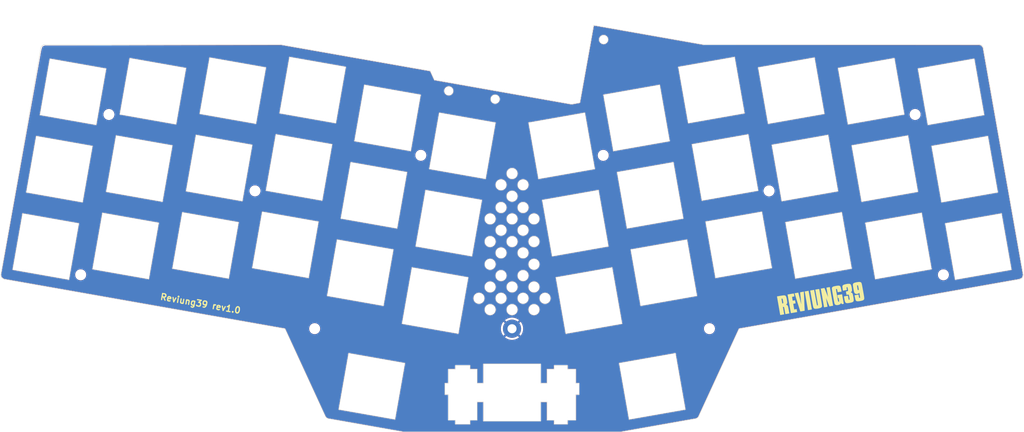
<source format=kicad_pcb>
(kicad_pcb (version 20221018) (generator pcbnew)
  (title_block (title "reviung39 top plate") (date "2019-07-23") (rev "rev1.0"))
  (layers (0 "F.Cu" signal) (31 "B.Cu" signal) (34 "B.Paste" user) (35 "F.Paste" user) (36 "B.SilkS" user "B.Silkscreen") (37 "F.SilkS" user "F.Silkscreen") (38 "B.Mask" user) (39 "F.Mask" user) (44 "Edge.Cuts" user))
  (net 0 "")
  (net 1 "GND")
  (footprint "MountingHole:MountingHole_2.2mm_M2_Pad" (layer "F.Cu") (at 144.7 129.65)
    (fp_text reference "H1" hide)
    (fp_text value "MountingHole_Pad" hide)
    (pad "1" thru_hole circle (at 0 0) (size 4.4 4.4) (drill 2.2) (layers "*.Cu" "*.Mask") (net 1 "GND"))
  )
  (footprint "MountingHole:MountingHole_2.2mm_M2" (layer "F.Cu") (at 46.96 77.7)
    (fp_text reference "REF**" hide)
    (fp_text value "MountingHole_2.2mm_M2" hide)
    (pad "" np_thru_hole circle (at 0 0) (size 2.2 2.2) (drill 2.2) (layers "*.Cu" "*.Mask"))
  )
  (footprint "MountingHole:MountingHole_2.2mm_M2" (layer "F.Cu") (at 40.12 116.57)
    (fp_text reference "REF**" hide)
    (fp_text value "MountingHole_2.2mm_M2" hide)
    (pad "" np_thru_hole circle (at 0 0) (size 2.2 2.2) (drill 2.2) (layers "*.Cu" "*.Mask"))
  )
  (footprint "MountingHole:MountingHole_2.2mm_M2" (layer "F.Cu") (at 82.38 96.22)
    (fp_text reference "REF**" hide)
    (fp_text value "MountingHole_2.2mm_M2" hide)
    (pad "" np_thru_hole circle (at 0 0) (size 2.2 2.2) (drill 2.2) (layers "*.Cu" "*.Mask"))
  )
  (footprint "MountingHole:MountingHole_2.2mm_M2" (layer "F.Cu") (at 96.85 129.63)
    (fp_text reference "REF**" hide)
    (fp_text value "MountingHole_2.2mm_M2" hide)
    (pad "" np_thru_hole circle (at 0 0) (size 2.2 2.2) (drill 2.2) (layers "*.Cu" "*.Mask"))
  )
  (footprint "MountingHole:MountingHole_2.2mm_M2" (layer "F.Cu") (at 122.59 87.6)
    (fp_text reference "REF**" hide)
    (fp_text value "MountingHole_2.2mm_M2" hide)
    (pad "" np_thru_hole circle (at 0 0) (size 2.2 2.2) (drill 2.2) (layers "*.Cu" "*.Mask"))
  )
  (footprint "MountingHole:MountingHole_2.2mm_M2" (layer "F.Cu") (at 166.82 87.61)
    (fp_text reference "REF**" hide)
    (fp_text value "MountingHole_2.2mm_M2" hide)
    (pad "" np_thru_hole circle (at 0 0) (size 2.2 2.2) (drill 2.2) (layers "*.Cu" "*.Mask"))
  )
  (footprint "MountingHole:MountingHole_2.2mm_M2" (layer "F.Cu") (at 192.57 129.63)
    (fp_text reference "REF**" hide)
    (fp_text value "MountingHole_2.2mm_M2" hide)
    (pad "" np_thru_hole circle (at 0 0) (size 2.2 2.2) (drill 2.2) (layers "*.Cu" "*.Mask"))
  )
  (footprint "MountingHole:MountingHole_2.2mm_M2" (layer "F.Cu") (at 207.02 96.23)
    (fp_text reference "REF**" hide)
    (fp_text value "MountingHole_2.2mm_M2" hide)
    (pad "" np_thru_hole circle (at 0 0) (size 2.2 2.2) (drill 2.2) (layers "*.Cu" "*.Mask"))
  )
  (footprint "MountingHole:MountingHole_2.2mm_M2" (layer "F.Cu") (at 242.44 77.7)
    (fp_text reference "REF**" hide)
    (fp_text value "MountingHole_2.2mm_M2" hide)
    (pad "" np_thru_hole circle (at 0 0) (size 2.2 2.2) (drill 2.2) (layers "*.Cu" "*.Mask"))
  )
  (footprint "MountingHole:MountingHole_2.2mm_M2" (layer "F.Cu") (at 249.3 116.57)
    (fp_text reference "REF**" hide)
    (fp_text value "MountingHole_2.2mm_M2" hide)
    (pad "" np_thru_hole circle (at 0 0) (size 2.2 2.2) (drill 2.2) (layers "*.Cu" "*.Mask"))
  )
  (footprint "_reviung-kbd:REVIUNG39-FS-logo" (layer "F.Cu") (at 219.57 122.27 10)
    (fp_text reference "G***" hide)
    (fp_text value "LOGO" hide)
  )
  (gr_line (start 157.720587 130.868151) (end 171.409416 128.454446) (stroke (width 0.1)) (layer "Edge.Cuts"))
  (gr_line (start 130.952953 138.517793) (end 130.952953 139.430659) (stroke (width 0.1)) (layer "Edge.Cuts"))
  (gr_line (start 102.267271 108.010845) (end 115.956099 110.424555) (stroke (width 0.1)) (layer "Edge.Cuts"))
  (gr_curve (pts (xy 31.447292 60.76307) (xy 30.943533 60.76307) (xy 30.529648 61.135464) (xy 30.460294 61.620038)) (stroke (width 0.1)) (layer "Edge.Cuts"))
  (gr_line (start 259.204145 77.840139) (end 256.79044 64.15131) (stroke (width 0.1)) (layer "Edge.Cuts"))
  (gr_curve (pts (xy 147.379584 107.088267) (xy 146.645728 107.088267) (xy 146.050819 106.493358) (xy 146.050819 105.759501)) (stroke (width 0.1)) (layer "Edge.Cuts"))
  (gr_curve (pts (xy 142.04 104.430736) (xy 142.773857 104.430736) (xy 143.368766 105.025645) (xy 143.368766 105.759501)) (stroke (width 0.1)) (layer "Edge.Cuts"))
  (gr_curve (pts (xy 143.385316 97.515163) (xy 143.385316 96.781306) (xy 143.980224 96.186397) (xy 144.714081 96.186397)) (stroke (width 0.1)) (layer "Edge.Cuts"))
  (gr_line (start 220.467433 77.562467) (end 218.053728 63.873638) (stroke (width 0.1)) (layer "Edge.Cuts"))
  (gr_line (start 207.67289 85.047932) (end 210.086595 98.736761) (stroke (width 0.1)) (layer "Edge.Cuts"))
  (gr_line (start 173.070159 151.662141) (end 170.656439 137.973315) (stroke (width 0.1)) (layer "Edge.Cuts"))
  (gr_line (start 87.420059 82.494352) (end 101.108886 84.908061) (stroke (width 0.1)) (layer "Edge.Cuts"))
  (gr_curve (pts (xy 140.711235 105.759501) (xy 140.711235 105.025645) (xy 141.306143 104.430736) (xy 142.04 104.430736)) (stroke (width 0.1)) (layer "Edge.Cuts"))
  (gr_line (start 105.575269 89.250258) (end 119.264097 91.663967) (stroke (width 0.1)) (layer "Edge.Cuts"))
  (gr_line (start 165.68772 96.005028) (end 151.998891 98.418733) (stroke (width 0.1)) (layer "Edge.Cuts"))
  (gr_line (start 104.416884 66.147474) (end 102.003174 79.836301) (stroke (width 0.1)) (layer "Edge.Cuts"))
  (gr_line (start 108.883267 70.48967) (end 122.572095 72.90338) (stroke (width 0.1)) (layer "Edge.Cuts"))
  (gr_line (start 49.580026 77.701331) (end 51.993735 64.012504) (stroke (width 0.1)) (layer "Edge.Cuts"))
  (gr_curve (pts (xy 143.368766 122.262102) (xy 143.368766 122.995959) (xy 142.773857 123.590867) (xy 142.04 123.590867)) (stroke (width 0.1)) (layer "Edge.Cuts"))
  (gr_line (start 154.412596 112.107562) (end 168.101425 109.693857) (stroke (width 0.1)) (layer "Edge.Cuts"))
  (gr_curve (pts (xy 140.724422 103.01603) (xy 140.724422 103.749886) (xy 140.129513 104.344795) (xy 139.395656 104.344795)) (stroke (width 0.1)) (layer "Edge.Cuts"))
  (gr_curve (pts (xy 148.701502 103.01603) (xy 148.701502 102.282173) (xy 149.296411 101.687264) (xy 150.030267 101.687264)) (stroke (width 0.1)) (layer "Edge.Cuts"))
  (gr_line (start 186.758985 149.248421) (end 173.070159 151.662141) (stroke (width 0.1)) (layer "Edge.Cuts"))
  (gr_curve (pts (xy 142.04 120.933336) (xy 142.773857 120.933336) (xy 143.368766 121.528245) (xy 143.368766 122.262102)) (stroke (width 0.1)) (layer "Edge.Cuts"))
  (gr_curve (pts (xy 268.634214 116.483269) (xy 268.634214 116.483269) (xy 258.956446 61.594307) (xy 258.956446 61.594307)) (stroke (width 0.1)) (layer "Edge.Cuts"))
  (gr_curve (pts (xy 148.70835 116.761235) (xy 148.70835 117.495092) (xy 148.113441 118.09) (xy 147.379584 118.09)) (stroke (width 0.1)) (layer "Edge.Cuts"))
  (gr_line (start 137.75989 142.839697) (end 136.245076 142.839697) (stroke (width 0.1)) (layer "Edge.Cuts"))
  (gr_curve (pts (xy 140.711235 100.258635) (xy 140.711235 99.524778) (xy 141.306143 98.929869) (xy 142.04 98.929869)) (stroke (width 0.1)) (layer "Edge.Cuts"))
  (gr_line (start 158.172733 139.430659) (end 158.172733 138.517793) (stroke (width 0.1)) (layer "Edge.Cuts"))
  (gr_curve (pts (xy 147.379584 101.5874) (xy 146.645728 101.5874) (xy 146.050819 100.992492) (xy 146.050819 100.258635)) (stroke (width 0.1)) (layer "Edge.Cuts"))
  (gr_curve (pts (xy 146.050819 100.258635) (xy 146.050819 99.524778) (xy 146.645728 98.929869) (xy 147.379584 98.929869)) (stroke (width 0.1)) (layer "Edge.Cuts"))
  (gr_line (start 97.800888 103.668649) (end 95.387179 117.357477) (stroke (width 0.1)) (layer "Edge.Cuts"))
  (gr_line (start 32.625379 64.151333) (end 46.314207 66.565043) (stroke (width 0.1)) (layer "Edge.Cuts"))
  (gr_line (start 151.998891 98.418733) (end 154.412596 112.107562) (stroke (width 0.1)) (layer "Edge.Cuts"))
  (gr_curve (pts (xy 139.395656 109.845662) (xy 138.6618 109.845662) (xy 138.066891 109.250753) (xy 138.066891 108.516896)) (stroke (width 0.1)) (layer "Edge.Cuts"))
  (gr_curve (pts (xy 118.436233 154.652624) (xy 118.436233 154.652624) (xy 170.984146 154.652624) (xy 170.984146 154.652624)) (stroke (width 0.1)) (layer "Edge.Cuts"))
  (gr_line (start 180.53255 70.489621) (end 166.843721 72.903326) (stroke (width 0.1)) (layer "Edge.Cuts"))
  (gr_line (start 173.459704 110.424504) (end 175.873409 124.113332) (stroke (width 0.1)) (layer "Edge.Cuts"))
  (gr_line (start 137.75989 138.171069) (end 137.75989 142.839697) (stroke (width 0.1)) (layer "Edge.Cuts"))
  (gr_curve (pts (xy 21.604784 117.630443) (xy 21.604784 117.630443) (xy 21.605559 117.631541) (xy 21.605559 117.631541)) (stroke (width 0.1)) (layer "Edge.Cuts"))
  (gr_curve (pts (xy 130.465528 71.982118) (xy 130.465528 72.589631) (xy 129.973041 73.082118) (xy 129.365528 73.082118)) (stroke (width 0.1)) (layer "Edge.Cuts"))
  (gr_curve (pts (xy 150.030267 118.189864) (xy 150.764124 118.189864) (xy 151.359033 118.784773) (xy 151.359033 119.51863)) (stroke (width 0.1)) (layer "Edge.Cuts"))
  (gr_line (start 46.272028 96.461919) (end 48.685738 82.773091) (stroke (width 0.1)) (layer "Edge.Cuts"))
  (gr_line (start 134.531584 139.430659) (end 134.531584 138.517793) (stroke (width 0.1)) (layer "Edge.Cuts"))
  (gr_curve (pts (xy 142.04 96.085636) (xy 141.306143 96.085636) (xy 140.711235 95.490728) (xy 140.711235 94.756871)) (stroke (width 0.1)) (layer "Edge.Cuts"))
  (gr_curve (pts (xy 138.066891 125.019496) (xy 138.066891 124.28564) (xy 138.6618 123.690731) (xy 139.395656 123.690731)) (stroke (width 0.1)) (layer "Edge.Cuts"))
  (gr_line (start 59.960856 98.875629) (end 46.272028 96.461919) (stroke (width 0.1)) (layer "Edge.Cuts"))
  (gr_line (start 172.565418 105.352743) (end 186.254246 102.939038) (stroke (width 0.1)) (layer "Edge.Cuts"))
  (gr_line (start 95.387179 117.357477) (end 81.698351 114.943767) (stroke (width 0.1)) (layer "Edge.Cuts"))
  (gr_line (start 82.63721 79.976212) (end 68.948382 77.562502) (stroke (width 0.1)) (layer "Edge.Cuts"))
  (gr_line (start 40.592499 99.014458) (end 26.903672 96.600748) (stroke (width 0.1)) (layer "Edge.Cuts"))
  (gr_line (start 169.257426 86.592154) (end 182.946255 84.17845) (stroke (width 0.1)) (layer "Edge.Cuts"))
  (gr_line (start 118.758985 137.973315) (end 105.070159 135.559595) (stroke (width 0.1)) (layer "Edge.Cuts"))
  (gr_line (start 154.894743 152.823603) (end 158.172733 152.823603) (stroke (width 0.1)) (layer "Edge.Cuts"))
  (gr_line (start 137.416916 98.418792) (end 135.003206 112.10762) (stroke (width 0.1)) (layer "Edge.Cuts"))
  (gr_curve (pts (xy 140.724422 114.017763) (xy 140.724422 114.75162) (xy 140.129513 115.346528) (xy 139.395656 115.346528)) (stroke (width 0.1)) (layer "Edge.Cuts"))
  (gr_line (start 183.840541 89.25021) (end 170.151713 91.663915) (stroke (width 0.1)) (layer "Edge.Cuts"))
  (gr_line (start 256.79044 64.15131) (end 243.101612 66.565015) (stroke (width 0.1)) (layer "Edge.Cuts"))
  (gr_line (start 124.622376 90.933323) (end 127.036086 77.244495) (stroke (width 0.1)) (layer "Edge.Cuts"))
  (gr_curve (pts (xy 164.490076 56.078128) (xy 164.490076 56.078128) (xy 161.150982 74.854673) (xy 161.150982 74.854673)) (stroke (width 0.1)) (layer "Edge.Cuts"))
  (gr_curve (pts (xy 150.030267 115.346528) (xy 149.296411 115.346528) (xy 148.701502 114.75162) (xy 148.701502 114.017763)) (stroke (width 0.1)) (layer "Edge.Cuts"))
  (gr_line (start 170.656439 137.973315) (end 184.345265 135.559595) (stroke (width 0.1)) (layer "Edge.Cuts"))
  (gr_curve (pts (xy 21.605559 117.631541) (xy 21.605559 117.631541) (xy 89.668308 129.633845) (xy 89.668308 129.633845)) (stroke (width 0.1)) (layer "Edge.Cuts"))
  (gr_curve (pts (xy 136.691838 123.590867) (xy 135.957982 123.590867) (xy 135.363073 122.995959) (xy 135.363073 122.262102)) (stroke (width 0.1)) (layer "Edge.Cuts"))
  (gr_line (start 151.666437 138.171069) (end 137.75989 138.171069) (stroke (width 0.1)) (layer "Edge.Cuts"))
  (gr_line (start 187.148533 108.010799) (end 173.459704 110.424504) (stroke (width 0.1)) (layer "Edge.Cuts"))
  (gr_line (start 239.835789 77.701303) (end 237.422084 64.012474) (stroke (width 0.1)) (layer "Edge.Cuts"))
  (gr_line (start 263.406423 101.672488) (end 249.717594 104.086193) (stroke (width 0.1)) (layer "Edge.Cuts"))
  (gr_curve (pts (xy 138.020604 122.262102) (xy 138.020604 122.995959) (xy 137.425695 123.590867) (xy 136.691838 123.590867)) (stroke (width 0.1)) (layer "Edge.Cuts"))
  (gr_line (start 119.264097 91.663967) (end 116.850387 105.352795) (stroke (width 0.1)) (layer "Edge.Cuts"))
  (gr_line (start 71.362092 63.873674) (end 85.050919 66.287384) (stroke (width 0.1)) (layer "Edge.Cuts"))
  (gr_line (start 134.531584 138.517793) (end 130.952953 138.517793) (stroke (width 0.1)) (layer "Edge.Cuts"))
  (gr_curve (pts (xy 148.70835 105.759501) (xy 148.70835 106.493358) (xy 148.113441 107.088267) (xy 147.379584 107.088267)) (stroke (width 0.1)) (layer "Edge.Cuts"))
  (gr_curve (pts (xy 151.359033 103.01603) (xy 151.359033 103.749886) (xy 150.764124 104.344795) (xy 150.030267 104.344795)) (stroke (width 0.1)) (layer "Edge.Cuts"))
  (gr_curve (pts (xy 138.066891 108.516896) (xy 138.066891 107.783039) (xy 138.6618 107.188131) (xy 139.395656 107.188131)) (stroke (width 0.1)) (layer "Edge.Cuts"))
  (gr_line (start 105.070159 135.559595) (end 102.656439 149.248421) (stroke (width 0.1)) (layer "Edge.Cuts"))
  (gr_curve (pts (xy 144.714081 90.685531) (xy 145.447938 90.685531) (xy 146.042846 91.280439) (xy 146.042846 92.014296)) (stroke (width 0.1)) (layer "Edge.Cuts"))
  (gr_line (start 184.996927 66.149546) (end 187.410631 79.838375) (stroke (width 0.1)) (layer "Edge.Cuts"))
  (gr_line (start 30.211669 77.840161) (end 32.625379 64.151333) (stroke (width 0.1)) (layer "Edge.Cuts"))
  (gr_line (start 153.181282 147.409984) (end 153.181282 151.849152) (stroke (width 0.1)) (layer "Edge.Cuts"))
  (gr_line (start 153.181282 151.849152) (end 154.894743 151.849152) (stroke (width 0.1)) (layer "Edge.Cuts"))
  (gr_line (start 226.14696 80.115008) (end 239.835789 77.701303) (stroke (width 0.1)) (layer "Edge.Cuts"))
  (gr_line (start 148.6909 79.658144) (end 151.104605 93.346973) (stroke (width 0.1)) (layer "Edge.Cuts"))
  (gr_curve (pts (xy 148.701502 125.019496) (xy 148.701502 124.28564) (xy 149.296411 123.690731) (xy 150.030267 123.690731)) (stroke (width 0.1)) (layer "Edge.Cuts"))
  (gr_line (start 123.728088 96.005082) (end 137.416916 98.418792) (stroke (width 0.1)) (layer "Edge.Cuts"))
  (gr_line (start 116.345265 151.662141) (end 118.758985 137.973315) (stroke (width 0.1)) (layer "Edge.Cuts"))
  (gr_line (start 184.345265 135.559595) (end 186.758985 149.248421) (stroke (width 0.1)) (layer "Edge.Cuts"))
  (gr_curve (pts (xy 165.810338 59.537318) (xy 165.810338 58.929805) (xy 166.302824 58.437318) (xy 166.910338 58.437318)) (stroke (width 0.1)) (layer "Edge.Cuts"))
  (gr_line (start 135.003206 112.10762) (end 121.314379 109.69391) (stroke (width 0.1)) (layer "Edge.Cuts"))
  (gr_curve (pts (xy 143.385316 103.01603) (xy 143.385316 102.282173) (xy 143.980224 101.687264) (xy 144.714081 101.687264)) (stroke (width 0.1)) (layer "Edge.Cuts"))
  (gr_curve (pts (xy 143.368766 100.258635) (xy 143.368766 100.992492) (xy 142.773857 101.5874) (xy 142.04 101.5874)) (stroke (width 0.1)) (layer "Edge.Cuts"))
  (gr_line (start 260.098431 82.911899) (end 246.409603 85.325604) (stroke (width 0.1)) (layer "Edge.Cuts"))
  (gr_curve (pts (xy 258.956446 61.594307) (xy 258.878156 61.12009) (xy 258.459534 60.76363) (xy 257.96316 60.76363)) (stroke (width 0.1)) (layer "Edge.Cuts"))
  (gr_curve (pts (xy 135.363073 122.262102) (xy 135.363073 121.528245) (xy 135.957982 120.933336) (xy 136.691838 120.933336)) (stroke (width 0.1)) (layer "Edge.Cuts"))
  (gr_line (start 223.775424 96.323056) (end 221.361719 82.634227) (stroke (width 0.1)) (layer "Edge.Cuts"))
  (gr_line (start 99.853562 121.699673) (end 102.267271 108.010845) (stroke (width 0.1)) (layer "Edge.Cuts"))
  (gr_curve (pts (xy 140.724422 125.019496) (xy 140.724422 125.753353) (xy 140.129513 126.348262) (xy 139.395656 126.348262)) (stroke (width 0.1)) (layer "Edge.Cuts"))
  (gr_curve (pts (xy 148.70835 94.756871) (xy 148.70835 95.490728) (xy 148.113441 96.085636) (xy 147.379584 96.085636)) (stroke (width 0.1)) (layer "Edge.Cuts"))
  (gr_curve (pts (xy 159.116093 75.21348) (xy 159.116093 75.21348) (xy 125.857098 69.342844) (xy 125.857098 69.342844)) (stroke (width 0.1)) (layer "Edge.Cuts"))
  (gr_curve (pts (xy 143.368766 94.756871) (xy 143.368766 95.490728) (xy 142.773857 96.085636) (xy 142.04 96.085636)) (stroke (width 0.1)) (layer "Edge.Cuts"))
  (gr_curve (pts (xy 139.395656 120.847395) (xy 138.6618 120.847395) (xy 138.066891 120.252487) (xy 138.066891 119.51863)) (stroke (width 0.1)) (layer "Edge.Cuts"))
  (gr_line (start 206.778604 79.976172) (end 220.467433 77.562467) (stroke (width 0.1)) (layer "Edge.Cuts"))
  (gr_line (start 224.66971 101.394816) (end 210.980882 103.808521) (stroke (width 0.1)) (layer "Edge.Cuts"))
  (gr_line (start 137.75989 147.409984) (end 137.75989 152.078609) (stroke (width 0.1)) (layer "Edge.Cuts"))
  (gr_line (start 188.304918 84.910135) (end 190.718623 98.598964) (stroke (width 0.1)) (layer "Edge.Cuts"))
  (gr_line (start 213.394587 117.49735) (end 227.083415 115.083645) (stroke (width 0.1)) (layer "Edge.Cuts"))
  (gr_curve (pts (xy 146.050819 116.761235) (xy 146.050819 116.027378) (xy 146.645728 115.43247) (xy 147.379584 115.43247)) (stroke (width 0.1)) (layer "Edge.Cuts"))
  (gr_line (start 201.993746 82.49643) (end 188.304918 84.910135) (stroke (width 0.1)) (layer "Edge.Cuts"))
  (gr_line (start 129.239462 139.430659) (end 129.239462 142.839697) (stroke (width 0.1)) (layer "Edge.Cuts"))
  (gr_curve (pts (xy 124.8791 67.148576) (xy 124.8791 67.148576) (xy 88.678726 60.76546) (xy 88.678726 60.76546)) (stroke (width 0.1)) (layer "Edge.Cuts"))
  (gr_curve (pts (xy 166.910338 60.637318) (xy 166.302824 60.637318) (xy 165.810338 60.144831) (xy 165.810338 59.537318)) (stroke (width 0.1)) (layer "Edge.Cuts"))
  (gr_line (start 164.793433 90.933268) (end 162.379729 77.24444) (stroke (width 0.1)) (layer "Edge.Cuts"))
  (gr_line (start 43.900497 80.25387) (end 30.211669 77.840161) (stroke (width 0.1)) (layer "Edge.Cuts"))
  (gr_curve (pts (xy 144.714081 118.189864) (xy 145.447938 118.189864) (xy 146.042846 118.784773) (xy 146.042846 119.51863)) (stroke (width 0.1)) (layer "Edge.Cuts"))
  (gr_curve (pts (xy 146.042846 92.014296) (xy 146.042846 92.748153) (xy 145.447938 93.343061) (xy 144.714081 93.343061)) (stroke (width 0.1)) (layer "Edge.Cuts"))
  (gr_curve (pts (xy 138.066891 119.51863) (xy 138.066891 118.784773) (xy 138.6618 118.189864) (xy 139.395656 118.189864)) (stroke (width 0.1)) (layer "Edge.Cuts"))
  (gr_line (start 204.364899 66.287343) (end 206.778604 79.976172) (stroke (width 0.1)) (layer "Edge.Cuts"))
  (gr_curve (pts (xy 170.984146 154.652624) (xy 170.984146 154.652624) (xy 189.228273 151.435249) (xy 189.228273 151.435249)) (stroke (width 0.1)) (layer "Edge.Cuts"))
  (gr_line (start 46.314207 66.565043) (end 43.900497 80.25387) (stroke (width 0.1)) (layer "Edge.Cuts"))
  (gr_line (start 113.54239 124.113383) (end 99.853562 121.699673) (stroke (width 0.1)) (layer "Edge.Cuts"))
  (gr_line (start 232.762943 117.636186) (end 246.451771 115.222481) (stroke (width 0.1)) (layer "Edge.Cuts"))
  (gr_line (start 237.422084 64.012474) (end 223.733255 66.426179) (stroke (width 0.1)) (layer "Edge.Cuts"))
  (gr_curve (pts (xy 150.030267 126.348262) (xy 149.296411 126.348262) (xy 148.701502 125.753353) (xy 148.701502 125.019496)) (stroke (width 0.1)) (layer "Edge.Cuts"))
  (gr_curve (pts (xy 147.379584 104.430736) (xy 148.113441 104.430736) (xy 148.70835 105.025645) (xy 148.70835 105.759501)) (stroke (width 0.1)) (layer "Edge.Cuts"))
  (gr_line (start 131.695209 130.868208) (end 118.006381 128.454498) (stroke (width 0.1)) (layer "Edge.Cuts"))
  (gr_line (start 23.595674 115.361336) (end 26.009383 101.672508) (stroke (width 0.1)) (layer "Edge.Cuts"))
  (gr_curve (pts (xy 150.030267 123.690731) (xy 150.764124 123.690731) (xy 151.359033 124.28564) (xy 151.359033 125.019496)) (stroke (width 0.1)) (layer "Edge.Cuts"))
  (gr_curve (pts (xy 199.752609 129.632876) (xy 199.752609 129.632876) (xy 267.815574 117.631412) (xy 267.815574 117.631412)) (stroke (width 0.1)) (layer "Edge.Cuts"))
  (gr_curve (pts (xy 143.368766 111.260368) (xy 143.368766 111.994225) (xy 142.773857 112.589134) (xy 142.04 112.589134)) (stroke (width 0.1)) (layer "Edge.Cuts"))
  (gr_curve (pts (xy 148.70835 100.258635) (xy 148.70835 100.992492) (xy 148.113441 101.5874) (xy 147.379584 101.5874)) (stroke (width 0.1)) (layer "Edge.Cuts"))
  (gr_curve (pts (xy 147.379584 93.428105) (xy 148.113441 93.428105) (xy 148.70835 94.023014) (xy 148.70835 94.756871)) (stroke (width 0.1)) (layer "Edge.Cuts"))
  (gr_curve (pts (xy 144.714081 107.188131) (xy 145.447938 107.188131) (xy 146.042846 107.783039) (xy 146.042846 108.516896)) (stroke (width 0.1)) (layer "Edge.Cuts"))
  (gr_line (start 168.101425 109.693857) (end 165.68772 96.005028) (stroke (width 0.1)) (layer "Edge.Cuts"))
  (gr_line (start 218.053728 63.873638) (end 204.364899 66.287343) (stroke (width 0.1)) (layer "Edge.Cuts"))
  (gr_line (start 122.572095 72.90338) (end 120.158385 86.592207) (stroke (width 0.1)) (layer "Edge.Cuts"))
  (gr_curve (pts (xy 140.724422 108.516896) (xy 140.724422 109.250753) (xy 140.129513 109.845662) (xy 139.395656 109.845662)) (stroke (width 0.1)) (layer "Edge.Cuts"))
  (gr_curve (pts (xy 257.96316 60.76363) (xy 257.96316 60.76363) (xy 191.064423 60.76335) (xy 191.064423 60.76335)) (stroke (width 0.1)) (layer "Edge.Cuts"))
  (gr_line (start 151.666437 142.839697) (end 151.666437 138.171069) (stroke (width 0.1)) (layer "Edge.Cuts"))
  (gr_curve (pts (xy 144.714081 101.687264) (xy 145.447938 101.687264) (xy 146.042846 102.282173) (xy 146.042846 103.01603)) (stroke (width 0.1)) (layer "Edge.Cuts"))
  (gr_line (start 63.268853 80.115041) (end 49.580026 77.701331) (stroke (width 0.1)) (layer "Edge.Cuts"))
  (gr_line (start 204.407451 96.185259) (end 201.993746 82.49643) (stroke (width 0.1)) (layer "Edge.Cuts"))
  (gr_line (start 102.656439 149.248421) (end 116.345265 151.662141) (stroke (width 0.1)) (layer "Edge.Cuts"))
  (gr_curve (pts (xy 148.701502 119.51863) (xy 148.701502 118.784773) (xy 149.296411 118.189864) (xy 150.030267 118.189864)) (stroke (width 0.1)) (layer "Edge.Cuts"))
  (gr_curve (pts (xy 143.385316 125.019496) (xy 143.385316 124.28564) (xy 143.980224 123.690731) (xy 144.714081 123.690731)) (stroke (width 0.1)) (layer "Edge.Cuts"))
  (gr_line (start 101.108886 84.908061) (end 98.695177 98.596889) (stroke (width 0.1)) (layer "Edge.Cuts"))
  (gr_curve (pts (xy 144.714081 123.690731) (xy 145.447938 123.690731) (xy 146.042846 124.28564) (xy 146.042846 125.019496)) (stroke (width 0.1)) (layer "Edge.Cuts"))
  (gr_line (start 189.562237 121.699627) (end 187.148533 108.010799) (stroke (width 0.1)) (layer "Edge.Cuts"))
  (gr_line (start 115.956099 110.424555) (end 113.54239 124.113383) (stroke (width 0.1)) (layer "Edge.Cuts"))
  (gr_line (start 84.112061 101.254939) (end 97.800888 103.668649) (stroke (width 0.1)) (layer "Edge.Cuts"))
  (gr_line (start 210.086595 98.736761) (end 223.775424 96.323056) (stroke (width 0.1)) (layer "Edge.Cuts"))
  (gr_curve (pts (xy 146.042846 103.01603) (xy 146.042846 103.749886) (xy 145.447938 104.344795) (xy 144.714081 104.344795)) (stroke (width 0.1)) (layer "Edge.Cuts"))
  (gr_curve (pts (xy 147.379584 96.085636) (xy 146.645728 96.085636) (xy 146.050819 95.490728) (xy 146.050819 94.756871)) (stroke (width 0.1)) (layer "Edge.Cuts"))
  (gr_line (start 42.96403 115.222507) (end 45.37774 101.533679) (stroke (width 0.1)) (layer "Edge.Cuts"))
  (gr_curve (pts (xy 267.815574 117.631412) (xy 268.288671 117.552196) (xy 268.647047 117.141132) (xy 268.647047 116.645533)) (stroke (width 0.1)) (layer "Edge.Cuts"))
  (gr_line (start 81.742922 85.047972) (end 79.329212 98.736799) (stroke (width 0.1)) (layer "Edge.Cuts"))
  (gr_line (start 223.733255 66.426179) (end 226.14696 80.115008) (stroke (width 0.1)) (layer "Edge.Cuts"))
  (gr_curve (pts (xy 139.395656 118.189864) (xy 140.129513 118.189864) (xy 140.724422 118.784773) (xy 140.724422 119.51863)) (stroke (width 0.1)) (layer "Edge.Cuts"))
  (gr_line (start 62.374565 85.186801) (end 59.960856 98.875629) (stroke (width 0.1)) (layer "Edge.Cuts"))
  (gr_line (start 65.682563 66.426213) (end 63.268853 80.115041) (stroke (width 0.1)) (layer "Edge.Cuts"))
  (gr_line (start 29.317381 82.911921) (end 43.006209 85.32563) (stroke (width 0.1)) (layer "Edge.Cuts"))
  (gr_curve (pts (xy 147.379584 112.589134) (xy 146.645728 112.589134) (xy 146.050819 111.994225) (xy 146.050819 111.260368)) (stroke (width 0.1)) (layer "Edge.Cuts"))
  (gr_line (start 134.531584 152.823603) (end 134.531584 151.849152) (stroke (width 0.1)) (layer "Edge.Cuts"))
  (gr_curve (pts (xy 144.714081 109.845662) (xy 143.980224 109.845662) (xy 143.385316 109.250753) (xy 143.385316 108.516896)) (stroke (width 0.1)) (layer "Edge.Cuts"))
  (gr_curve (pts (xy 142.04 115.43247) (xy 142.773857 115.43247) (xy 143.368766 116.027378) (xy 143.368766 116.761235)) (stroke (width 0.1)) (layer "Edge.Cuts"))
  (gr_curve (pts (xy 144.714081 98.843928) (xy 143.980224 98.843928) (xy 143.385316 98.24902) (xy 143.385316 97.515163)) (stroke (width 0.1)) (layer "Edge.Cuts"))
  (gr_line (start 45.37774 101.533679) (end 59.066568 103.947389) (stroke (width 0.1)) (layer "Edge.Cuts"))
  (gr_curve (pts (xy 128.265528 71.982118) (xy 128.265528 71.374605) (xy 128.758014 70.882118) (xy 129.365528 70.882118)) (stroke (width 0.1)) (layer "Edge.Cuts"))
  (gr_curve (pts (xy 144.714081 126.348262) (xy 143.980224 126.348262) (xy 143.385316 125.753353) (xy 143.385316 125.019496)) (stroke (width 0.1)) (layer "Edge.Cuts"))
  (gr_line (start 205.301738 101.257019) (end 191.612909 103.670724) (stroke (width 0.1)) (layer "Edge.Cuts"))
  (gr_curve (pts (xy 142.04 112.589134) (xy 141.306143 112.589134) (xy 140.711235 111.994225) (xy 140.711235 111.260368)) (stroke (width 0.1)) (layer "Edge.Cuts"))
  (gr_line (start 39.698211 104.086218) (end 37.284502 117.775046) (stroke (width 0.1)) (layer "Edge.Cuts"))
  (gr_curve (pts (xy 152.710591 120.933336) (xy 153.444448 120.933336) (xy 154.039356 121.528245) (xy 154.039356 122.262102)) (stroke (width 0.1)) (layer "Edge.Cuts"))
  (gr_curve (pts (xy 144.714081 104.344795) (xy 143.980224 104.344795) (xy 143.385316 103.749886) (xy 143.385316 103.01603)) (stroke (width 0.1)) (layer "Edge.Cuts"))
  (gr_line (start 51.993735 64.012504) (end 65.682563 66.426213) (stroke (width 0.1)) (layer "Edge.Cuts"))
  (gr_line (start 90.728056 63.733764) (end 104.416884 66.147474) (stroke (width 0.1)) (layer "Edge.Cuts"))
  (gr_curve (pts (xy 88.678726 60.76546) (xy 88.678726 60.76546) (xy 88.669144 60.763049) (xy 88.669144 60.763049)) (stroke (width 0.1)) (layer "Edge.Cuts"))
  (gr_line (start 102.003174 79.836301) (end 88.314347 77.422592) (stroke (width 0.1)) (layer "Edge.Cuts"))
  (gr_line (start 37.284502 117.775046) (end 23.595674 115.361336) (stroke (width 0.1)) (layer "Edge.Cuts"))
  (gr_curve (pts (xy 146.042846 108.516896) (xy 146.042846 109.250753) (xy 145.447938 109.845662) (xy 144.714081 109.845662)) (stroke (width 0.1)) (layer "Edge.Cuts"))
  (gr_line (start 118.006381 128.454498) (end 120.420091 114.76567) (stroke (width 0.1)) (layer "Edge.Cuts"))
  (gr_curve (pts (xy 141.711469 73.982118) (xy 141.711469 74.589631) (xy 141.218982 75.082118) (xy 140.611469 75.082118)) (stroke (width 0.1)) (layer "Edge.Cuts"))
  (gr_line (start 207.715443 114.945848) (end 205.301738 101.257019) (stroke (width 0.1)) (layer "Edge.Cuts"))
  (gr_line (start 168.995711 114.765617) (end 155.306883 117.179322) (stroke (width 0.1)) (layer "Edge.Cuts"))
  (gr_line (start 160.186234 142.839697) (end 160.186234 139.430659) (stroke (width 0.1)) (layer "Edge.Cuts"))
  (gr_line (start 136.245076 151.849152) (end 136.245076 147.409984) (stroke (width 0.1)) (layer "Edge.Cuts"))
  (gr_line (start 120.420091 114.76567) (end 134.108918 117.17938) (stroke (width 0.1)) (layer "Edge.Cuts"))
  (gr_line (start 127.036086 77.244495) (end 140.724914 79.658204) (stroke (width 0.1)) (layer "Edge.Cuts"))
  (gr_curve (pts (xy 142.04 93.428105) (xy 142.773857 93.428105) (xy 143.368766 94.023014) (xy 143.368766 94.756871)) (stroke (width 0.1)) (layer "Edge.Cuts"))
  (gr_curve (pts (xy 99.461207 150.87906) (xy 99.59576 151.164938) (xy 99.858793 151.372591) (xy 100.178325 151.432471)) (stroke (width 0.1)) (layer "Edge.Cuts"))
  (gr_line (start 210.980882 103.808521) (end 213.394587 117.49735) (stroke (width 0.1)) (layer "Edge.Cuts"))
  (gr_line (start 201.09946 77.42467) (end 198.685755 63.735841) (stroke (width 0.1)) (layer "Edge.Cuts"))
  (gr_line (start 85.050919 66.287384) (end 82.63721 79.976212) (stroke (width 0.1)) (layer "Edge.Cuts"))
  (gr_curve (pts (xy 89.668308 129.633845) (xy 89.668308 129.633845) (xy 99.461207 150.87906) (xy 99.461207 150.87906)) (stroke (width 0.1)) (layer "Edge.Cuts"))
  (gr_line (start 160.186234 145.621998) (end 161.005709 145.621998) (stroke (width 0.1)) (layer "Edge.Cuts"))
  (gr_curve (pts (xy 189.228273 151.435249) (xy 189.563998 151.377027) (xy 189.841608 151.150167) (xy 189.973383 150.846224)) (stroke (width 0.1)) (layer "Edge.Cuts"))
  (gr_line (start 26.903672 96.600748) (end 29.317381 82.911921) (stroke (width 0.1)) (layer "Edge.Cuts"))
  (gr_line (start 68.948382 77.562502) (end 71.362092 63.873674) (stroke (width 0.1)) (layer "Edge.Cuts"))
  (gr_curve (pts (xy 140.711235 94.756871) (xy 140.711235 94.023014) (xy 141.306143 93.428105) (xy 142.04 93.428105)) (stroke (width 0.1)) (layer "Edge.Cuts"))
  (gr_line (start 160.186234 139.430659) (end 158.172733 139.430659) (stroke (width 0.1)) (layer "Edge.Cuts"))
  (gr_curve (pts (xy 20.774322 116.647536) (xy 20.774322 117.141756) (xy 21.133624 117.54957) (xy 21.604784 117.630443)) (stroke (width 0.1)) (layer "Edge.Cuts"))
  (gr_curve (pts (xy 129.365528 70.882118) (xy 129.973041 70.882118) (xy 130.465528 71.374605) (xy 130.465528 71.982118)) (stroke (width 0.1)) (layer "Edge.Cuts"))
  (gr_curve (pts (xy 139.395656 107.188131) (xy 140.129513 107.188131) (xy 140.724422 107.783039) (xy 140.724422 108.516896)) (stroke (width 0.1)) (layer "Edge.Cuts"))
  (gr_line (start 130.952953 139.430659) (end 129.239462 139.430659) (stroke (width 0.1)) (layer "Edge.Cuts"))
  (gr_line (start 155.306883 117.179322) (end 157.720587 130.868151) (stroke (width 0.1)) (layer "Edge.Cuts"))
  (gr_curve (pts (xy 139.395656 101.687264) (xy 140.129513 101.687264) (xy 140.724422 102.282173) (xy 140.724422 103.01603)) (stroke (width 0.1)) (layer "Edge.Cuts"))
  (gr_curve (pts (xy 144.714081 96.186397) (xy 145.447938 96.186397) (xy 146.042846 96.781306) (xy 146.042846 97.515163)) (stroke (width 0.1)) (layer "Edge.Cuts"))
  (gr_curve (pts (xy 146.050819 122.262102) (xy 146.050819 121.528245) (xy 146.645728 120.933336) (xy 147.379584 120.933336)) (stroke (width 0.1)) (layer "Edge.Cuts"))
  (gr_curve (pts (xy 140.711235 116.761235) (xy 140.711235 116.027378) (xy 141.306143 115.43247) (xy 142.04 115.43247)) (stroke (width 0.1)) (layer "Edge.Cuts"))
  (gr_line (start 81.698351 114.943767) (end 84.112061 101.254939) (stroke (width 0.1)) (layer "Edge.Cuts"))
  (gr_line (start 43.006209 85.32563) (end 40.592499 99.014458) (stroke (width 0.1)) (layer "Edge.Cuts"))
  (gr_line (start 171.409416 128.454446) (end 168.995711 114.765617) (stroke (width 0.1)) (layer "Edge.Cuts"))
  (gr_curve (pts (xy 140.611469 72.882118) (xy 141.218982 72.882118) (xy 141.711469 73.374605) (xy 141.711469 73.982118)) (stroke (width 0.1)) (layer "Edge.Cuts"))
  (gr_line (start 59.066568 103.947389) (end 56.652858 117.636216) (stroke (width 0.1)) (layer "Edge.Cuts"))
  (gr_line (start 130.952953 152.823603) (end 134.531584 152.823603) (stroke (width 0.1)) (layer "Edge.Cuts"))
  (gr_curve (pts (xy 140.711235 111.260368) (xy 140.711235 110.526511) (xy 141.306143 109.931603) (xy 142.04 109.931603)) (stroke (width 0.1)) (layer "Edge.Cuts"))
  (gr_line (start 154.894743 151.849152) (end 154.894743 152.823603) (stroke (width 0.1)) (layer "Edge.Cuts"))
  (gr_line (start 153.181282 139.430659) (end 153.181282 142.839697) (stroke (width 0.1)) (layer "Edge.Cuts"))
  (gr_line (start 245.515316 80.253844) (end 259.204145 77.840139) (stroke (width 0.1)) (layer "Edge.Cuts"))
  (gr_line (start 136.245076 139.430659) (end 134.531584 139.430659) (stroke (width 0.1)) (layer "Edge.Cuts"))
  (gr_line (start 154.894743 138.517793) (end 154.894743 139.430659) (stroke (width 0.1)) (layer "Edge.Cuts"))
  (gr_curve (pts (xy 142.04 109.931603) (xy 142.773857 109.931603) (xy 143.368766 110.526511) (xy 143.368766 111.260368)) (stroke (width 0.1)) (layer "Edge.Cuts"))
  (gr_line (start 121.314379 109.69391) (end 123.728088 96.005082) (stroke (width 0.1)) (layer "Edge.Cuts"))
  (gr_line (start 103.16156 102.939085) (end 105.575269 89.250258) (stroke (width 0.1)) (layer "Edge.Cuts"))
  (gr_curve (pts (xy 146.050819 94.756871) (xy 146.050819 94.023014) (xy 146.645728 93.428105) (xy 147.379584 93.428105)) (stroke (width 0.1)) (layer "Edge.Cuts"))
  (gr_curve (pts (xy 143.385316 92.014296) (xy 143.385316 91.280439) (xy 143.980224 90.685531) (xy 144.714081 90.685531)) (stroke (width 0.1)) (layer "Edge.Cuts"))
  (gr_line (start 151.104605 93.346973) (end 164.793433 90.933268) (stroke (width 0.1)) (layer "Edge.Cuts"))
  (gr_line (start 153.181282 142.839697) (end 151.666437 142.839697) (stroke (width 0.1)) (layer "Edge.Cuts"))
  (gr_curve (pts (xy 147.379584 120.933336) (xy 148.113441 120.933336) (xy 148.70835 121.528245) (xy 148.70835 122.262102)) (stroke (width 0.1)) (layer "Edge.Cuts"))
  (gr_curve (pts (xy 147.379584 118.09) (xy 146.645728 118.09) (xy 146.050819 117.495092) (xy 146.050819 116.761235)) (stroke (width 0.1)) (layer "Edge.Cuts"))
  (gr_line (start 62.332386 115.083677) (end 64.746096 101.39485) (stroke (width 0.1)) (layer "Edge.Cuts"))
  (gr_curve (pts (xy 138.066891 114.017763) (xy 138.066891 113.283906) (xy 138.6618 112.688998) (xy 139.395656 112.688998)) (stroke (width 0.1)) (layer "Edge.Cuts"))
  (gr_line (start 88.314347 77.422592) (end 90.728056 63.733764) (stroke (width 0.1)) (layer "Edge.Cuts"))
  (gr_line (start 227.083415 115.083645) (end 224.66971 101.394816) (stroke (width 0.1)) (layer "Edge.Cuts"))
  (gr_curve (pts (xy 147.379584 109.931603) (xy 148.113441 109.931603) (xy 148.70835 110.526511) (xy 148.70835 111.260368)) (stroke (width 0.1)) (layer "Edge.Cuts"))
  (gr_curve (pts (xy 150.030267 101.687264) (xy 150.764124 101.687264) (xy 151.359033 102.282173) (xy 151.359033 103.01603)) (stroke (width 0.1)) (layer "Edge.Cuts"))
  (gr_curve (pts (xy 146.042846 119.51863) (xy 146.042846 120.252487) (xy 145.447938 120.847395) (xy 144.714081 120.847395)) (stroke (width 0.1)) (layer "Edge.Cuts"))
  (gr_line (start 244.038066 101.533652) (end 230.349238 103.947357) (stroke (width 0.1)) (layer "Edge.Cuts"))
  (gr_curve (pts (xy 125.857098 69.342844) (xy 125.857098 69.342844) (xy 124.8791 67.148576) (xy 124.8791 67.148576)) (stroke (width 0.1)) (layer "Edge.Cuts"))
  (gr_line (start 265.820128 115.361317) (end 263.406423 101.672488) (stroke (width 0.1)) (layer "Edge.Cuts"))
  (gr_line (start 79.329212 98.736799) (end 65.640384 96.32309) (stroke (width 0.1)) (layer "Edge.Cuts"))
  (gr_line (start 128.419987 145.621998) (end 129.239462 145.621998) (stroke (width 0.1)) (layer "Edge.Cuts"))
  (gr_line (start 130.952953 151.849152) (end 130.952953 152.823603) (stroke (width 0.1)) (layer "Edge.Cuts"))
  (gr_line (start 158.172733 152.823603) (end 158.172733 151.849152) (stroke (width 0.1)) (layer "Edge.Cuts"))
  (gr_curve (pts (xy 140.611469 75.082118) (xy 140.003956 75.082118) (xy 139.511469 74.589631) (xy 139.511469 73.982118)) (stroke (width 0.1)) (layer "Edge.Cuts"))
  (gr_curve (pts (xy 150.030267 109.845662) (xy 149.296411 109.845662) (xy 148.701502 109.250753) (xy 148.701502 108.516896)) (stroke (width 0.1)) (layer "Edge.Cuts"))
  (gr_line (start 240.730075 82.773063) (end 227.041247 85.186768) (stroke (width 0.1)) (layer "Edge.Cuts"))
  (gr_curve (pts (xy 148.701502 114.017763) (xy 148.701502 113.283906) (xy 149.296411 112.688998) (xy 150.030267 112.688998)) (stroke (width 0.1)) (layer "Edge.Cuts"))
  (gr_line (start 246.409603 85.325604) (end 248.823308 99.014433) (stroke (width 0.1)) (layer "Edge.Cuts"))
  (gr_curve (pts (xy 150.030267 104.344795) (xy 149.296411 104.344795) (xy 148.701502 103.749886) (xy 148.701502 103.01603)) (stroke (width 0.1)) (layer "Edge.Cuts"))
  (gr_line (start 249.717594 104.086193) (end 252.131299 117.775022) (stroke (width 0.1)) (layer "Edge.Cuts"))
  (gr_curve (pts (xy 151.359033 114.017763) (xy 151.359033 114.75162) (xy 150.764124 115.346528) (xy 150.030267 115.346528)) (stroke (width 0.1)) (layer "Edge.Cuts"))
  (gr_line (start 120.158385 86.592207) (end 106.469557 84.178498) (stroke (width 0.1)) (layer "Edge.Cuts"))
  (gr_line (start 190.718623 98.598964) (end 204.407451 96.185259) (stroke (width 0.1)) (layer "Edge.Cuts"))
  (gr_curve (pts (xy 148.70835 111.260368) (xy 148.70835 111.994225) (xy 148.113441 112.589134) (xy 147.379584 112.589134)) (stroke (width 0.1)) (layer "Edge.Cuts"))
  (gr_curve (pts (xy 142.04 123.590867) (xy 141.306143 123.590867) (xy 140.711235 122.995959) (xy 140.711235 122.262102)) (stroke (width 0.1)) (layer "Edge.Cuts"))
  (gr_curve (pts (xy 142.04 107.088267) (xy 141.306143 107.088267) (xy 140.711235 106.493358) (xy 140.711235 105.759501)) (stroke (width 0.1)) (layer "Edge.Cuts"))
  (gr_line (start 64.746096 101.39485) (end 78.434924 103.808559) (stroke (width 0.1)) (layer "Edge.Cuts"))
  (gr_curve (pts (xy 168.010338 59.537318) (xy 168.010338 60.144831) (xy 167.517851 60.637318) (xy 166.910338 60.637318)) (stroke (width 0.1)) (layer "Edge.Cuts"))
  (gr_line (start 161.005709 145.621998) (end 161.005709 142.839697) (stroke (width 0.1)) (layer "Edge.Cuts"))
  (gr_line (start 161.005709 142.839697) (end 160.186234 142.839697) (stroke (width 0.1)) (layer "Edge.Cuts"))
  (gr_line (start 175.873409 124.113332) (end 189.562237 121.699627) (stroke (width 0.1)) (layer "Edge.Cuts"))
  (gr_curve (pts (xy 151.381826 122.262102) (xy 151.381826 121.528245) (xy 151.976734 120.933336) (xy 152.710591 120.933336)) (stroke (width 0.1)) (layer "Edge.Cuts"))
  (gr_curve (pts (xy 139.395656 126.348262) (xy 138.6618 126.348262) (xy 138.066891 125.753353) (xy 138.066891 125.019496)) (stroke (width 0.1)) (layer "Edge.Cuts"))
  (gr_curve (pts (xy 140.724422 119.51863) (xy 140.724422 120.252487) (xy 140.129513 120.847395) (xy 139.395656 120.847395)) (stroke (width 0.1)) (layer "Edge.Cuts"))
  (gr_curve (pts (xy 139.395656 112.688998) (xy 140.129513 112.688998) (xy 140.724422 113.283906) (xy 140.724422 114.017763)) (stroke (width 0.1)) (layer "Edge.Cuts"))
  (gr_curve (pts (xy 139.395656 123.690731) (xy 140.129513 123.690731) (xy 140.724422 124.28564) (xy 140.724422 125.019496)) (stroke (width 0.1)) (layer "Edge.Cuts"))
  (gr_line (start 252.131299 117.775022) (end 265.820128 115.361317) (stroke (width 0.1)) (layer "Edge.Cuts"))
  (gr_line (start 170.151713 91.663915) (end 172.565418 105.352743) (stroke (width 0.1)) (layer "Edge.Cuts"))
  (gr_line (start 229.454952 98.875597) (end 243.14378 96.461892) (stroke (width 0.1)) (layer "Edge.Cuts"))
  (gr_curve (pts (xy 144.714081 93.343061) (xy 143.980224 93.343061) (xy 143.385316 92.748153) (xy 143.385316 92.014296)) (stroke (width 0.1)) (layer "Edge.Cuts"))
  (gr_curve (pts (xy 146.050819 105.759501) (xy 146.050819 105.025645) (xy 146.645728 104.430736) (xy 147.379584 104.430736)) (stroke (width 0.1)) (layer "Edge.Cuts"))
  (gr_curve (pts (xy 88.669144 60.763049) (xy 88.669144 60.763049) (xy 31.447292 60.76307) (xy 31.447292 60.76307)) (stroke (width 0.1)) (layer "Edge.Cuts"))
  (gr_curve (pts (xy 148.701502 108.516896) (xy 148.701502 107.783039) (xy 149.296411 107.188131) (xy 150.030267 107.188131)) (stroke (width 0.1)) (layer "Edge.Cuts"))
  (gr_curve (pts (xy 143.385316 108.516896) (xy 143.385316 107.783039) (xy 143.980224 107.188131) (xy 144.714081 107.188131)) (stroke (width 0.1)) (layer "Edge.Cuts"))
  (gr_curve (pts (xy 191.064423 60.76335) (xy 191.064423 60.76335) (xy 191.063605 60.763931) (xy 191.063605 60.763931)) (stroke (width 0.1)) (layer "Edge.Cuts"))
  (gr_curve (pts (xy 189.973383 150.846224) (xy 189.973383 150.846224) (xy 199.752609 129.632876) (xy 199.752609 129.632876)) (stroke (width 0.1)) (layer "Edge.Cuts"))
  (gr_curve (pts (xy 146.050819 111.260368) (xy 146.050819 110.526511) (xy 146.645728 109.931603) (xy 147.379584 109.931603)) (stroke (width 0.1)) (layer "Edge.Cuts"))
  (gr_line (start 106.469557 84.178498) (end 108.883267 70.48967) (stroke (width 0.1)) (layer "Edge.Cuts"))
  (gr_line (start 138.311204 93.347032) (end 124.622376 90.933323) (stroke (width 0.1)) (layer "Edge.Cuts"))
  (gr_curve (pts (xy 166.910338 58.437318) (xy 167.517851 58.437318) (xy 168.010338 58.929805) (xy 168.010338 59.537318)) (stroke (width 0.1)) (layer "Edge.Cuts"))
  (gr_curve (pts (xy 139.511469 73.982118) (xy 139.511469 73.374605) (xy 140.003956 72.882118) (xy 140.611469 72.882118)) (stroke (width 0.1)) (layer "Edge.Cuts"))
  (gr_line (start 246.451771 115.222481) (end 244.038066 101.533652) (stroke (width 0.1)) (layer "Edge.Cuts"))
  (gr_line (start 230.349238 103.947357) (end 232.762943 117.636186) (stroke (width 0.1)) (layer "Edge.Cuts"))
  (gr_line (start 186.254246 102.939038) (end 183.840541 89.25021) (stroke (width 0.1)) (layer "Edge.Cuts"))
  (gr_curve (pts (xy 150.030267 107.188131) (xy 150.764124 107.188131) (xy 151.359033 107.783039) (xy 151.359033 108.516896)) (stroke (width 0.1)) (layer "Edge.Cuts"))
  (gr_line (start 162.379729 77.24444) (end 148.6909 79.658144) (stroke (width 0.1)) (layer "Edge.Cuts"))
  (gr_line (start 248.823308 99.014433) (end 262.512136 96.600728) (stroke (width 0.1)) (layer "Edge.Cuts"))
  (gr_line (start 154.894743 139.430659) (end 153.181282 139.430659) (stroke (width 0.1)) (layer "Edge.Cuts"))
  (gr_line (start 243.14378 96.461892) (end 240.730075 82.773063) (stroke (width 0.1)) (layer "Edge.Cuts"))
  (gr_curve (pts (xy 150.030267 120.847395) (xy 149.296411 120.847395) (xy 148.701502 120.252487) (xy 148.701502 119.51863)) (stroke (width 0.1)) (layer "Edge.Cuts"))
  (gr_curve (pts (xy 139.395656 115.346528) (xy 138.6618 115.346528) (xy 138.066891 114.75162) (xy 138.066891 114.017763)) (stroke (width 0.1)) (layer "Edge.Cuts"))
  (gr_curve (pts (xy 147.379584 123.590867) (xy 146.645728 123.590867) (xy 146.050819 122.995959) (xy 146.050819 122.262102)) (stroke (width 0.1)) (layer "Edge.Cuts"))
  (gr_line (start 85.006349 96.183179) (end 87.420059 82.494352) (stroke (width 0.1)) (layer "Edge.Cuts"))
  (gr_line (start 187.410631 79.838375) (end 201.09946 77.42467) (stroke (width 0.1)) (layer "Edge.Cuts"))
  (gr_curve (pts (xy 150.030267 112.688998) (xy 150.764124 112.688998) (xy 151.359033 113.283906) (xy 151.359033 114.017763)) (stroke (width 0.1)) (layer "Edge.Cuts"))
  (gr_curve (pts (xy 146.042846 125.019496) (xy 146.042846 125.753353) (xy 145.447938 126.348262) (xy 144.714081 126.348262)) (stroke (width 0.1)) (layer "Edge.Cuts"))
  (gr_line (start 56.652858 117.636216) (end 42.96403 115.222507) (stroke (width 0.1)) (layer "Edge.Cuts"))
  (gr_curve (pts (xy 138.066891 103.01603) (xy 138.066891 102.282173) (xy 138.6618 101.687264) (xy 139.395656 101.687264)) (stroke (width 0.1)) (layer "Edge.Cuts"))
  (gr_line (start 160.186234 151.849152) (end 160.186234 145.621998) (stroke (width 0.1)) (layer "Edge.Cuts"))
  (gr_line (start 116.850387 105.352795) (end 103.16156 102.939085) (stroke (width 0.1)) (layer "Edge.Cuts"))
  (gr_line (start 158.172733 151.849152) (end 160.186234 151.849152) (stroke (width 0.1)) (layer "Edge.Cuts"))
  (gr_curve (pts (xy 143.368766 105.759501) (xy 143.368766 106.493358) (xy 142.773857 107.088267) (xy 142.04 107.088267)) (stroke (width 0.1)) (layer "Edge.Cuts"))
  (gr_line (start 134.531584 151.849152) (end 136.245076 151.849152) (stroke (width 0.1)) (layer "Edge.Cuts"))
  (gr_line (start 151.666437 147.409984) (end 153.181282 147.409984) (stroke (width 0.1)) (layer "Edge.Cuts"))
  (gr_curve (pts (xy 136.691838 120.933336) (xy 137.425695 120.933336) (xy 138.020604 121.528245) (xy 138.020604 122.262102)) (stroke (width 0.1)) (layer "Edge.Cuts"))
  (gr_curve (pts (xy 20.787736 116.477219) (xy 20.787736 116.477219) (xy 20.774322 116.5908) (xy 20.774322 116.647536)) (stroke (width 0.1)) (layer "Edge.Cuts"))
  (gr_curve (pts (xy 129.365528 73.082118) (xy 128.758014 73.082118) (xy 128.265528 72.589631) (xy 128.265528 71.982118)) (stroke (width 0.1)) (layer "Edge.Cuts"))
  (gr_curve (pts (xy 151.359033 125.019496) (xy 151.359033 125.753353) (xy 150.764124 126.348262) (xy 150.030267 126.348262)) (stroke (width 0.1)) (layer "Edge.Cuts"))
  (gr_curve (pts (xy 140.711235 122.262102) (xy 140.711235 121.528245) (xy 141.306143 120.933336) (xy 142.04 120.933336)) (stroke (width 0.1)) (layer "Edge.Cuts"))
  (gr_curve (pts (xy 143.368766 116.761235) (xy 143.368766 117.495092) (xy 142.773857 118.09) (xy 142.04 118.09)) (stroke (width 0.1)) (layer "Edge.Cuts"))
  (gr_line (start 26.009383 101.672508) (end 39.698211 104.086218) (stroke (width 0.1)) (layer "Edge.Cuts"))
  (gr_line (start 191.612909 103.670724) (end 194.026614 117.359553) (stroke (width 0.1)) (layer "Edge.Cuts"))
  (gr_curve (pts (xy 152.710591 123.590867) (xy 151.976734 123.590867) (xy 151.381826 122.995959) (xy 151.381826 122.262102)) (stroke (width 0.1)) (layer "Edge.Cuts"))
  (gr_line (start 221.361719 82.634227) (end 207.67289 85.047932) (stroke (width 0.1)) (layer "Edge.Cuts"))
  (gr_curve (pts (xy 161.150982 74.854673) (xy 161.150982 74.854673) (xy 159.116093 75.21348) (xy 159.116093 75.21348)) (stroke (width 0.1)) (layer "Edge.Cuts"))
  (gr_line (start 128.419987 142.839697) (end 128.419987 145.621998) (stroke (width 0.1)) (layer "Edge.Cuts"))
  (gr_curve (pts (xy 143.385316 119.51863) (xy 143.385316 118.784773) (xy 143.980224 118.189864) (xy 144.714081 118.189864)) (stroke (width 0.1)) (layer "Edge.Cuts"))
  (gr_curve (pts (xy 151.359033 108.516896) (xy 151.359033 109.250753) (xy 150.764124 109.845662) (xy 150.030267 109.845662)) (stroke (width 0.1)) (layer "Edge.Cuts"))
  (gr_line (start 158.172733 138.517793) (end 154.894743 138.517793) (stroke (width 0.1)) (layer "Edge.Cuts"))
  (gr_line (start 78.434924 103.808559) (end 76.021214 117.497387) (stroke (width 0.1)) (layer "Edge.Cuts"))
  (gr_curve (pts (xy 146.042846 97.515163) (xy 146.042846 98.24902) (xy 145.447938 98.843928) (xy 144.714081 98.843928)) (stroke (width 0.1)) (layer "Edge.Cuts"))
  (gr_curve (pts (xy 151.359033 119.51863) (xy 151.359033 120.252487) (xy 150.764124 120.847395) (xy 150.030267 120.847395)) (stroke (width 0.1)) (layer "Edge.Cuts"))
  (gr_curve (pts (xy 148.70835 122.262102) (xy 148.70835 122.995959) (xy 148.113441 123.590867) (xy 147.379584 123.590867)) (stroke (width 0.1)) (layer "Edge.Cuts"))
  (gr_line (start 129.239462 151.849152) (end 130.952953 151.849152) (stroke (width 0.1)) (layer "Edge.Cuts"))
  (gr_line (start 48.685738 82.773091) (end 62.374565 85.186801) (stroke (width 0.1)) (layer "Edge.Cuts"))
  (gr_line (start 198.685755 63.735841) (end 184.996927 66.149546) (stroke (width 0.1)) (layer "Edge.Cuts"))
  (gr_curve (pts (xy 142.04 101.5874) (xy 141.306143 101.5874) (xy 140.711235 100.992492) (xy 140.711235 100.258635)) (stroke (width 0.1)) (layer "Edge.Cuts"))
  (gr_curve (pts (xy 100.178325 151.432471) (xy 100.178325 151.432471) (xy 118.436233 154.652624) (xy 118.436233 154.652624)) (stroke (width 0.1)) (layer "Edge.Cuts"))
  (gr_line (start 194.026614 117.359553) (end 207.715443 114.945848) (stroke (width 0.1)) (layer "Edge.Cuts"))
  (gr_line (start 140.724914 79.658204) (end 138.311204 93.347032) (stroke (width 0.1)) (layer "Edge.Cuts"))
  (gr_line (start 137.75989 152.078609) (end 151.666437 152.078609) (stroke (width 0.1)) (layer "Edge.Cuts"))
  (gr_line (start 136.245076 147.409984) (end 137.75989 147.409984) (stroke (width 0.1)) (layer "Edge.Cuts"))
  (gr_curve (pts (xy 142.04 98.929869) (xy 142.773857 98.929869) (xy 143.368766 99.524778) (xy 143.368766 100.258635)) (stroke (width 0.1)) (layer "Edge.Cuts"))
  (gr_line (start 76.021214 117.497387) (end 62.332386 115.083677) (stroke (width 0.1)) (layer "Edge.Cuts"))
  (gr_line (start 151.666437 152.078609) (end 151.666437 147.409984) (stroke (width 0.1)) (layer "Edge.Cuts"))
  (gr_line (start 129.239462 145.621998) (end 129.239462 151.849152) (stroke (width 0.1)) (layer "Edge.Cuts"))
  (gr_line (start 166.843721 72.903326) (end 169.257426 86.592154) (stroke (width 0.1)) (layer "Edge.Cuts"))
  (gr_line (start 68.054094 82.634262) (end 81.742922 85.047972) (stroke (width 0.1)) (layer "Edge.Cuts"))
  (gr_line (start 227.041247 85.186768) (end 229.454952 98.875597) (stroke (width 0.1)) (layer "Edge.Cuts"))
  (gr_line (start 262.512136 96.600728) (end 260.098431 82.911899) (stroke (width 0.1)) (layer "Edge.Cuts"))
  (gr_curve (pts (xy 142.04 118.09) (xy 141.306143 118.09) (xy 140.711235 117.495092) (xy 140.711235 116.761235)) (stroke (width 0.1)) (layer "Edge.Cuts"))
  (gr_line (start 134.108918 117.17938) (end 131.695209 130.868208) (stroke (width 0.1)) (layer "Edge.Cuts"))
  (gr_line (start 65.640384 96.32309) (end 68.054094 82.634262) (stroke (width 0.1)) (layer "Edge.Cuts"))
  (gr_curve (pts (xy 144.714081 120.847395) (xy 143.980224 120.847395) (xy 143.385316 120.252487) (xy 143.385316 119.51863)) (stroke (width 0.1)) (layer "Edge.Cuts"))
  (gr_curve (pts (xy 147.379584 98.929869) (xy 148.113441 98.929869) (xy 148.70835 99.524778) (xy 148.70835 100.258635)) (stroke (width 0.1)) (layer "Edge.Cuts"))
  (gr_line (start 243.101612 66.565015) (end 245.515316 80.253844) (stroke (width 0.1)) (layer "Edge.Cuts"))
  (gr_curve (pts (xy 268.647047 116.645533) (xy 268.647047 116.591424) (xy 268.634214 116.483269) (xy 268.634214 116.483269)) (stroke (width 0.1)) (layer "Edge.Cuts"))
  (gr_line (start 98.695177 98.596889) (end 85.006349 96.183179) (stroke (width 0.1)) (layer "Edge.Cuts"))
  (gr_curve (pts (xy 30.460294 61.620038) (xy 30.460294 61.620038) (xy 20.787736 116.477219) (xy 20.787736 116.477219)) (stroke (width 0.1)) (layer "Edge.Cuts"))
  (gr_line (start 182.946255 84.17845) (end 180.53255 70.489621) (stroke (width 0.1)) (layer "Edge.Cuts"))
  (gr_curve (pts (xy 147.379584 115.43247) (xy 148.113441 115.43247) (xy 148.70835 116.027378) (xy 148.70835 116.761235)) (stroke (width 0.1)) (layer "Edge.Cuts"))
  (gr_curve (pts (xy 154.039356 122.262102) (xy 154.039356 122.995959) (xy 153.444448 123.590867) (xy 152.710591 123.590867)) (stroke (width 0.1)) (layer "Edge.Cuts"))
  (gr_curve (pts (xy 139.395656 104.344795) (xy 138.6618 104.344795) (xy 138.066891 103.749886) (xy 138.066891 103.01603)) (stroke (width 0.1)) (layer "Edge.Cuts"))
  (gr_line (start 129.239462 142.839697) (end 128.419987 142.839697) (stroke (width 0.1)) (layer "Edge.Cuts"))
  (gr_curve (pts (xy 191.063605 60.763931) (xy 191.063605 60.763931) (xy 164.490076 56.078128) (xy 164.490076 56.078128)) (stroke (width 0.1)) (layer "Edge.Cuts"))
  (gr_line (start 136.245076 142.839697) (end 136.245076 139.430659) (stroke (width 0.1)) (layer "Edge.Cuts"))
  (gr_text "Reviung39 rev1.0" (at 59.3 121.82 -10) (layer "F.SilkS") (effects (font (size 1.5 1.5) (thickness 0.3)) (justify left)))
  (zone (net 1) (net_name "GND") (layer "F.Cu") (connect_pads (clearance 0.35)) (min_thickness 0.254) (fill yes (thermal_gap 0.508) (thermal_bridge_width 0.508))
    (polygon (pts (xy 30.62 62.01) (xy 30.89 61.22) (xy 31.45 61) (xy 88.7 60.89) (xy 124.81 67.25) (xy 125.81 69.43) (xy 159.13 75.32) (xy 161.23 74.94) (xy 164.6 56.19) (xy 191.05 60.85) (xy 258 60.9) (xy 258.4 61) (xy 258.8 61.49) (xy 268.53 116.57) (xy 268.32 117.24) (xy 267.71 117.54) (xy 199.68 129.55) (xy 189.86 150.83) (xy 189.7 151.09) (xy 189.32 151.33) (xy 170.98 154.58) (xy 118.44 154.58) (xy 100.09 151.34) (xy 99.77 151.16) (xy 99.51 150.82) (xy 89.71 129.55) (xy 21.52 117.52) (xy 21 117.1) (xy 20.86 116.54)))
  )
  (zone (net 1) (net_name "GND") (layer "B.Cu") (connect_pads (clearance 0.35)) (min_thickness 0.254) (fill yes (thermal_gap 0.508) (thermal_bridge_width 0.508))
    (polygon (pts (xy 30.62 62.01) (xy 30.89 61.22) (xy 31.45 61) (xy 88.71 60.89) (xy 124.81 67.25) (xy 125.81 69.43) (xy 159.13 75.32) (xy 161.23 74.94) (xy 164.6 56.19) (xy 191.05 60.85) (xy 258 60.9) (xy 258.4 61) (xy 258.8 61.49) (xy 268.53 116.57) (xy 268.32 117.24) (xy 267.71 117.54) (xy 199.68 129.55) (xy 189.86 150.83) (xy 189.69 151.1) (xy 189.32 151.33) (xy 170.97 154.58) (xy 118.42 154.58) (xy 100.09 151.34) (xy 99.77 151.16) (xy 99.51 150.82) (xy 89.71 129.55) (xy 21.52 117.52) (xy 21 117.1) (xy 20.86 116.54)))
  )
)
</source>
